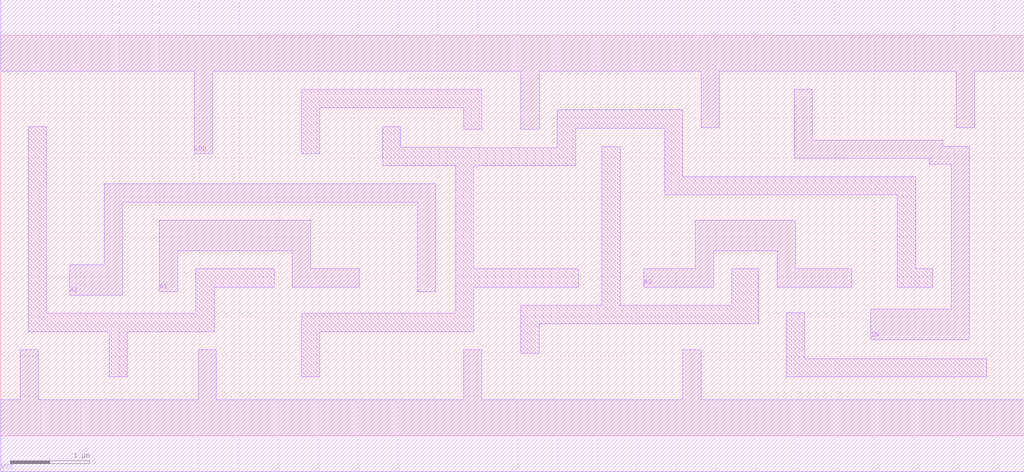
<source format=lef>
# Copyright 2022 GlobalFoundries PDK Authors
#
# Licensed under the Apache License, Version 2.0 (the "License");
# you may not use this file except in compliance with the License.
# You may obtain a copy of the License at
#
#      http://www.apache.org/licenses/LICENSE-2.0
#
# Unless required by applicable law or agreed to in writing, software
# distributed under the License is distributed on an "AS IS" BASIS,
# WITHOUT WARRANTIES OR CONDITIONS OF ANY KIND, either express or implied.
# See the License for the specific language governing permissions and
# limitations under the License.

MACRO gf180mcu_fd_sc_mcu9t5v0__xnor3_1
  CLASS core ;
  FOREIGN gf180mcu_fd_sc_mcu9t5v0__xnor3_1 0.0 0.0 ;
  ORIGIN 0 0 ;
  SYMMETRY X Y ;
  SITE GF018hv5v_green_sc9 ;
  SIZE 12.88 BY 5.04 ;
  PIN A1
    DIRECTION INPUT ;
    ANTENNAGATEAREA 1.317 ;
    PORT
      LAYER Metal1 ;
        POLYGON 1.995 1.815 2.225 1.815 2.225 2.33 3.44 2.33 3.67 2.33 3.67 1.87 4.51 1.87 4.51 2.1 3.9 2.1 3.9 2.71 3.44 2.71 1.995 2.71  ;
    END
  END A1
  PIN A2
    DIRECTION INPUT ;
    ANTENNAGATEAREA 1.317 ;
    PORT
      LAYER Metal1 ;
        POLYGON 0.87 1.77 1.53 1.77 1.53 2.94 3.44 2.94 5.245 2.94 5.245 1.815 5.475 1.815 5.475 3.17 3.44 3.17 1.3 3.17 1.3 2.15 0.87 2.15  ;
    END
  END A2
  PIN A3
    DIRECTION INPUT ;
    ANTENNAGATEAREA 2.5605 ;
    PORT
      LAYER Metal1 ;
        POLYGON 8.09 1.87 8.97 1.87 8.97 2.33 9.54 2.33 9.77 2.33 9.77 1.87 10.71 1.87 10.71 2.1 10 2.1 10 2.71 9.54 2.71 8.74 2.71 8.74 2.1 8.09 2.1  ;
    END
  END A3
  PIN ZN
    DIRECTION OUTPUT ;
    ANTENNADIFFAREA 1.9125 ;
    PORT
      LAYER Metal1 ;
        POLYGON 9.985 3.49 11.685 3.49 11.685 3.415 11.73 3.415 11.96 3.415 11.96 1.59 10.95 1.59 10.95 1.21 12.19 1.21 12.19 3.645 11.855 3.645 11.855 3.72 11.73 3.72 10.215 3.72 10.215 4.36 9.985 4.36  ;
    END
  END ZN
  PIN VDD
    DIRECTION INOUT ;
    USE power ;
    SHAPE ABUTMENT ;
    PORT
      LAYER Metal1 ;
        POLYGON 0 4.59 2.435 4.59 2.435 3.55 2.665 3.55 2.665 4.59 3.44 4.59 6.055 4.59 6.545 4.59 6.545 3.855 6.775 3.855 6.775 4.59 8.815 4.59 8.815 3.875 9.045 3.875 9.045 4.59 11.73 4.59 12.025 4.59 12.025 3.875 12.255 3.875 12.255 4.59 12.41 4.59 12.88 4.59 12.88 5.49 12.41 5.49 11.73 5.49 6.055 5.49 3.44 5.49 0 5.49  ;
    END
  END VDD
  PIN VSS
    DIRECTION INOUT ;
    USE ground ;
    SHAPE ABUTMENT ;
    PORT
      LAYER Metal1 ;
        POLYGON 0 -0.45 12.88 -0.45 12.88 0.45 8.815 0.45 8.815 1.08 8.585 1.08 8.585 0.45 6.055 0.45 6.055 1.08 5.825 1.08 5.825 0.45 2.715 0.45 2.715 1.08 2.485 1.08 2.485 0.45 0.475 0.45 0.475 1.08 0.245 1.08 0.245 0.45 0 0.45  ;
    END
  END VSS
  OBS
      LAYER Metal1 ;
        POLYGON 0.345 1.31 1.365 1.31 1.365 0.74 1.595 0.74 1.595 1.31 2.685 1.31 2.685 1.87 3.44 1.87 3.44 2.1 2.455 2.1 2.455 1.54 0.575 1.54 0.575 3.89 0.345 3.89  ;
        POLYGON 3.785 3.55 4.015 3.55 4.015 4.13 5.825 4.13 5.825 3.855 6.055 3.855 6.055 4.36 3.785 4.36  ;
        POLYGON 6.545 1.04 6.775 1.04 6.775 1.41 9.54 1.41 9.54 2.1 9.2 2.1 9.2 1.64 7.795 1.64 7.795 3.64 7.565 3.64 7.565 1.64 6.545 1.64  ;
        POLYGON 5.955 3.395 7.235 3.395 7.235 3.87 8.355 3.87 8.355 3.03 11.285 3.03 11.285 1.87 11.73 1.87 11.73 2.1 11.515 2.1 11.515 3.26 8.585 3.26 8.585 4.1 7.005 4.1 7.005 3.625 5.775 3.625 5.775 3.63 5.035 3.63 5.035 3.89 4.805 3.89 4.805 3.4 5.725 3.4 5.725 1.54 3.785 1.54 3.785 0.74 4.015 0.74 4.015 1.31 5.955 1.31 5.955 1.87 7.27 1.87 7.27 2.1 5.955 2.1  ;
        POLYGON 9.885 0.74 12.41 0.74 12.41 0.97 10.115 0.97 10.115 1.55 9.885 1.55  ;
  END
END gf180mcu_fd_sc_mcu9t5v0__xnor3_1

</source>
